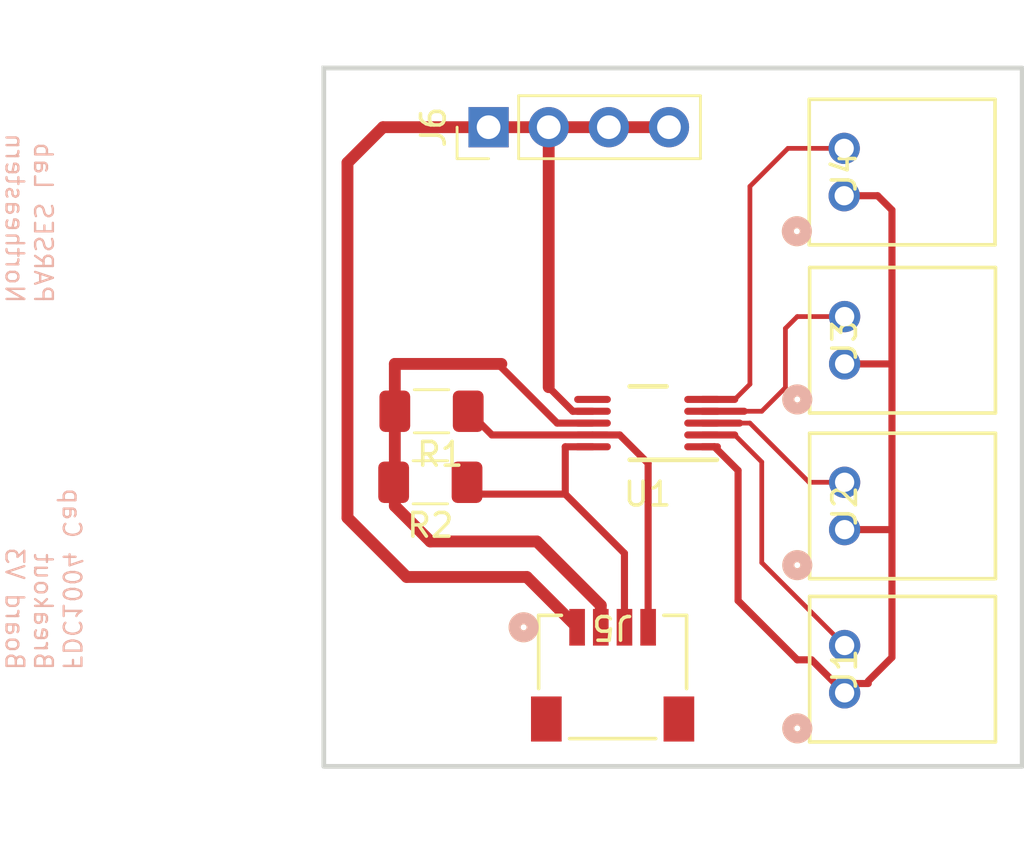
<source format=kicad_pcb>
(kicad_pcb (version 20240108) (generator "pcbnew") (generator_version "8.0")
  (layers (0 "F.Cu" signal) (31 "B.Cu" signal) (34 "B.Paste" user) (35 "F.Paste" user) (36 "B.SilkS" user "B.Silkscreen") (37 "F.SilkS" user "F.Silkscreen") (38 "B.Mask" user) (39 "F.Mask" user) (44 "Edge.Cuts" user))
  (net 0 "")
  (net 1 "Net-(J4-CAP)")
  (net 2 "VDD")
  (net 3 "/SCL")
  (net 4 "GND")
  (net 5 "/SDA")
  (net 6 "/C1")
  (net 7 "/C2")
  (net 8 "/C3")
  (net 10 "/shield")
  (footprint "PARSES_footprints:CONN_S2B-PH-K-S_JST" (layer "F.Cu") (at 126.4826 70.3951 90)
    (property "Reference" "J4" (at 1 0 90) (layer "F.SilkS"))
    (property "Value" "S2B-PH-K-SLFSN")
    (fp_circle (center -1.5 -2) (end -1.119 -2) (stroke (width 0.508)) (fill none) (layer "B.SilkS"))
    (fp_line (start 4.0734 -1.477) (end -2.0734 -1.477) (stroke (width 0.1524)) (layer "F.SilkS"))
    (fp_line (start -2.0734 -1.477) (end -2.0734 6.3716) (stroke (width 0.1524)) (layer "F.SilkS"))
    (fp_line (start 4.0734 6.3716) (end 4.0734 -1.477) (stroke (width 0.1524)) (layer "F.SilkS"))
    (fp_line (start -2.0734 6.3716) (end 4.0734 6.3716) (stroke (width 0.1524)) (layer "F.SilkS"))
    (fp_circle (center -1.5 -2) (end -1.119 -2) (stroke (width 0.508)) (fill none) (layer "F.SilkS"))
    (pad "1" thru_hole circle (at 0 0 90) (size 1.3208 1.3208) (drill 0.8128) (layers "*.Cu" "*.Mask") (net 10 "/shield"))
    (pad "2" thru_hole circle (at 2.000001 0 90) (size 1.3208 1.3208) (drill 0.8128) (layers "*.Cu" "*.Mask") (net 1 "Net-(J4-CAP)"))
  )
  (footprint "Connector_PinHeader_2.54mm:PinHeader_1x04_P2.54mm_Vertical" (layer "F.Cu") (at 111.46 67.5 90)
    (property "Reference" "J6" (at 0 -2.33 90) (layer "F.SilkS"))
    (property "Value" "Conn_01x04")
    (fp_line (start -1.33 -1.33) (end 0 -1.33) (stroke (width 0.12)) (layer "F.SilkS"))
    (fp_line (start -1.33 0) (end -1.33 -1.33) (stroke (width 0.12)) (layer "F.SilkS"))
    (fp_line (start 1.33 1.27) (end 1.33 8.95) (stroke (width 0.12)) (layer "F.SilkS"))
    (fp_line (start -1.33 1.27) (end 1.33 1.27) (stroke (width 0.12)) (layer "F.SilkS"))
    (fp_line (start -1.33 1.27) (end -1.33 8.95) (stroke (width 0.12)) (layer "F.SilkS"))
    (fp_line (start -1.33 8.95) (end 1.33 8.95) (stroke (width 0.12)) (layer "F.SilkS"))
    (pad "1" thru_hole rect (at 0 0 90) (size 1.7 1.7) (drill 1) (layers "*.Cu" "*.Mask") (net 4 "GND"))
    (pad "2" thru_hole oval (at 0 2.54 90) (size 1.7 1.7) (drill 1) (layers "*.Cu" "*.Mask") (net 4 "GND"))
    (pad "3" thru_hole oval (at 0 5.08 90) (size 1.7 1.7) (drill 1) (layers "*.Cu" "*.Mask") (net 4 "GND"))
    (pad "4" thru_hole oval (at 0 7.62 90) (size 1.7 1.7) (drill 1) (layers "*.Cu" "*.Mask") (net 4 "GND"))
  )
  (footprint "PARSES_footprints:CONN_SM04B-SRSS-TB_JST_QWIIC" (layer "F.Cu") (at 116.700001 90.723499 180)
    (property "Reference" "J5" (at 0 2.0985 180) (layer "F.SilkS"))
    (property "Value" "QWIIC_JST_SM04B-SRSS-TB")
    (fp_circle (center 3.7592 2.0985) (end 4.1402 2.0985) (stroke (width 0.508)) (fill none) (layer "B.SilkS"))
    (fp_line (start 3.1242 2.6035) (end 3.1242 -0.491261) (stroke (width 0.1524)) (layer "F.SilkS"))
    (fp_line (start 2.16294 2.6035) (end 3.1242 2.6035) (stroke (width 0.1524)) (layer "F.SilkS"))
    (fp_line (start 1.819559 -2.6035) (end -1.819559 -2.6035) (stroke (width 0.1524)) (layer "F.SilkS"))
    (fp_line (start -3.1242 2.6035) (end -2.16294 2.6035) (stroke (width 0.1524)) (layer "F.SilkS"))
    (fp_line (start -3.1242 -0.491261) (end -3.1242 2.6035) (stroke (width 0.1524)) (layer "F.SilkS"))
    (fp_circle (center 3.7592 2.0985) (end 4.1402 2.0985) (stroke (width 0.508)) (fill none) (layer "F.SilkS"))
    (pad "1" smd rect (at 1.5 2.0985 180) (size 0.6604 1.5494) (layers "F.Cu" "F.Paste" "F.Mask") (net 4 "GND"))
    (pad "2" smd rect (at 0.499999 2.0985 180) (size 0.6604 1.5494) (layers "F.Cu" "F.Paste" "F.Mask") (net 2 "VDD"))
    (pad "3" smd rect (at -0.499999 2.0985 180) (size 0.6604 1.5494) (layers "F.Cu" "F.Paste" "F.Mask") (net 5 "/SDA"))
    (pad "4" smd rect (at -1.5 2.0985 180) (size 0.6604 1.5494) (layers "F.Cu" "F.Paste" "F.Mask") (net 3 "/SCL"))
    (pad "5" smd rect (at -2.799999 -1.776501 270) (size 1.905 1.2954) (layers "F.Cu" "F.Paste" "F.Mask"))
    (pad "6" smd rect (at 2.799999 -1.776501 270) (size 1.905 1.2954) (layers "F.Cu" "F.Paste" "F.Mask"))
  )
  (footprint "Resistor_SMD:R_1206_3216Metric_Pad1.30x1.75mm_HandSolder" (layer "F.Cu") (at 109 82.5 180)
    (property "Reference" "R2" (at 0 -1.82 180) (layer "F.SilkS"))
    (property "Value" "1.8k")
    (fp_line (start -0.727064 0.91) (end 0.727064 0.91) (stroke (width 0.12)) (layer "F.SilkS"))
    (fp_line (start -0.727064 -0.91) (end 0.727064 -0.91) (stroke (width 0.12)) (layer "F.SilkS"))
    (pad "1" smd roundrect (at -1.55 0 180) (size 1.3 1.75) (layers "F.Cu" "F.Paste" "F.Mask") (roundrect_rratio 0.192308) (net 5 "/SDA"))
    (pad "2" smd roundrect (at 1.55 0 180) (size 1.3 1.75) (layers "F.Cu" "F.Paste" "F.Mask") (roundrect_rratio 0.192308) (net 2 "VDD"))
  )
  (footprint "FDC1004_Footprints:FDC1004DGS0010A_M" (layer "F.Cu") (at 118.175001 79.999999 180)
    (property "Reference" "U1" (at 0 -3 0) (layer "F.SilkS"))
    (property "Value" "FDC1004QDGSRQ1")
    (fp_line (start -0.800001 1.549999) (end 0.750001 1.549999) (stroke (width 0.2)) (layer "F.SilkS"))
    (fp_line (start -2.925 -1.549999) (end 0.750001 -1.549999) (stroke (width 0.2)) (layer "F.SilkS"))
    (pad "1" smd oval (at -2.324999 -1.000001 270) (size 0.299999 1.549999) (layers "F.Cu" "F.Paste" "F.Mask") (net 10 "/shield"))
    (pad "2" smd oval (at -2.324999 -0.500002 270) (size 0.299999 1.549999) (layers "F.Cu" "F.Paste" "F.Mask") (net 6 "/C1"))
    (pad "3" smd oval (at -2.324999 0 270) (size 0.299999 1.549999) (layers "F.Cu" "F.Paste" "F.Mask") (net 7 "/C2"))
    (pad "4" smd oval (at -2.324999 0.499999 270) (size 0.299999 1.549999) (layers "F.Cu" "F.Paste" "F.Mask") (net 8 "/C3"))
    (pad "5" smd oval (at -2.324999 1.000001 270) (size 0.299999 1.549999) (layers "F.Cu" "F.Paste" "F.Mask") (net 1 "Net-(J4-CAP)"))
    (pad "6" smd oval (at 2.325002 1.000001 270) (size 0.299999 1.549999) (layers "F.Cu" "F.Paste" "F.Mask"))
    (pad "7" smd oval (at 2.325002 0.499999 270) (size 0.299999 1.549999) (layers "F.Cu" "F.Paste" "F.Mask") (net 4 "GND"))
    (pad "8" smd oval (at 2.325002 0 270) (size 0.299999 1.549999) (layers "F.Cu" "F.Paste" "F.Mask") (net 2 "VDD"))
    (pad "9" smd oval (at 2.325002 -0.500002 270) (size 0.299999 1.549999) (layers "F.Cu" "F.Paste" "F.Mask") (net 3 "/SCL"))
    (pad "10" smd oval (at 2.325002 -1.000001 270) (size 0.299999 1.549999) (layers "F.Cu" "F.Paste" "F.Mask") (net 5 "/SDA"))
  )
  (footprint "PARSES_footprints:CONN_S2B-PH-K-S_JST" (layer "F.Cu") (at 126.5 84.5 90)
    (property "Reference" "J2" (at 1 0 90) (layer "F.SilkS"))
    (property "Value" "S2B-PH-K-SLFSN")
    (fp_circle (center -1.5 -2) (end -1.119 -2) (stroke (width 0.508)) (fill none) (layer "B.SilkS"))
    (fp_line (start 4.0734 -1.477) (end -2.0734 -1.477) (stroke (width 0.1524)) (layer "F.SilkS"))
    (fp_line (start -2.0734 -1.477) (end -2.0734 6.3716) (stroke (width 0.1524)) (layer "F.SilkS"))
    (fp_line (start 4.0734 6.3716) (end 4.0734 -1.477) (stroke (width 0.1524)) (layer "F.SilkS"))
    (fp_line (start -2.0734 6.3716) (end 4.0734 6.3716) (stroke (width 0.1524)) (layer "F.SilkS"))
    (fp_circle (center -1.5 -2) (end -1.119 -2) (stroke (width 0.508)) (fill none) (layer "F.SilkS"))
    (pad "1" thru_hole circle (at 0 0 90) (size 1.3208 1.3208) (drill 0.8128) (layers "*.Cu" "*.Mask") (net 10 "/shield"))
    (pad "2" thru_hole circle (at 2.000001 0 90) (size 1.3208 1.3208) (drill 0.8128) (layers "*.Cu" "*.Mask") (net 7 "/C2"))
  )
  (footprint "PARSES_footprints:CONN_S2B-PH-K-S_JST" (layer "F.Cu") (at 126.5 77.5 90)
    (property "Reference" "J3" (at 1 0 90) (layer "F.SilkS"))
    (property "Value" "S2B-PH-K-SLFSN")
    (fp_circle (center -1.5 -2) (end -1.119 -2) (stroke (width 0.508)) (fill none) (layer "B.SilkS"))
    (fp_line (start 4.0734 -1.477) (end -2.0734 -1.477) (stroke (width 0.1524)) (layer "F.SilkS"))
    (fp_line (start -2.0734 -1.477) (end -2.0734 6.3716) (stroke (width 0.1524)) (layer "F.SilkS"))
    (fp_line (start 4.0734 6.3716) (end 4.0734 -1.477) (stroke (width 0.1524)) (layer "F.SilkS"))
    (fp_line (start -2.0734 6.3716) (end 4.0734 6.3716) (stroke (width 0.1524)) (layer "F.SilkS"))
    (fp_circle (center -1.5 -2) (end -1.119 -2) (stroke (width 0.508)) (fill none) (layer "F.SilkS"))
    (pad "1" thru_hole circle (at 0 0 90) (size 1.3208 1.3208) (drill 0.8128) (layers "*.Cu" "*.Mask") (net 10 "/shield"))
    (pad "2" thru_hole circle (at 2.000001 0 90) (size 1.3208 1.3208) (drill 0.8128) (layers "*.Cu" "*.Mask") (net 8 "/C3"))
  )
  (footprint "Resistor_SMD:R_1206_3216Metric_Pad1.30x1.75mm_HandSolder" (layer "F.Cu") (at 109.05 79.5 180)
    (property "Reference" "R1" (at -0.365599 -1.82 180) (layer "F.SilkS"))
    (property "Value" "1.8k")
    (fp_line (start -0.727064 0.91) (end 0.727064 0.91) (stroke (width 0.12)) (layer "F.SilkS"))
    (fp_line (start -0.727064 -0.91) (end 0.727064 -0.91) (stroke (width 0.12)) (layer "F.SilkS"))
    (pad "1" smd roundrect (at -1.55 0 180) (size 1.3 1.75) (layers "F.Cu" "F.Paste" "F.Mask") (roundrect_rratio 0.192308) (net 3 "/SCL"))
    (pad "2" smd roundrect (at 1.55 0 180) (size 1.3 1.75) (layers "F.Cu" "F.Paste" "F.Mask") (roundrect_rratio 0.192308) (net 2 "VDD"))
  )
  (footprint "PARSES_footprints:CONN_S2B-PH-K-S_JST" (layer "F.Cu") (at 126.5 91.3951 90)
    (property "Reference" "J1" (at 1 0 90) (layer "F.SilkS"))
    (property "Value" "S2B-PH-K-SLFSN")
    (fp_circle (center -1.5 -2) (end -1.119 -2) (stroke (width 0.508)) (fill none) (layer "B.SilkS"))
    (fp_line (start 4.0734 -1.477) (end -2.0734 -1.477) (stroke (width 0.1524)) (layer "F.SilkS"))
    (fp_line (start -2.0734 -1.477) (end -2.0734 6.3716) (stroke (width 0.1524)) (layer "F.SilkS"))
    (fp_line (start 4.0734 6.3716) (end 4.0734 -1.477) (stroke (width 0.1524)) (layer "F.SilkS"))
    (fp_line (start -2.0734 6.3716) (end 4.0734 6.3716) (stroke (width 0.1524)) (layer "F.SilkS"))
    (fp_circle (center -1.5 -2) (end -1.119 -2) (stroke (width 0.508)) (fill none) (layer "F.SilkS"))
    (pad "1" thru_hole circle (at 0 0 90) (size 1.3208 1.3208) (drill 0.8128) (layers "*.Cu" "*.Mask") (net 10 "/shield"))
    (pad "2" thru_hole circle (at 2.000001 0 90) (size 1.3208 1.3208) (drill 0.8128) (layers "*.Cu" "*.Mask") (net 6 "/C1"))
  )
  (gr_rect (start 104.5 65) (end 134 94.5) (stroke (width 0.2)) (fill none) (layer "Edge.Cuts"))
  (gr_text "PARSES Lab\nNortheastern\n" (at 91 75 270) (layer "B.SilkS") (effects (font (size 0.75 0.75) (thickness 0.1)) (justify left bottom mirror)))
  (gr_text "FDC1004 Cap\nBreakout\nBoard V3\n" (at 91 90.5 270) (layer "B.SilkS") (effects (font (size 0.75 0.75) (thickness 0.1)) (justify left bottom mirror)))
  (segment (start 122.5 70) (end 122.5 78.357597) (width 0.2) (layer "F.Cu") (net 1))
  (segment (start 122.5 78.357597) (end 121.857599 78.999998) (width 0.2) (layer "F.Cu") (net 1))
  (segment (start 124.104901 68.395099) (end 122.5 70) (width 0.2) (layer "F.Cu") (net 1))
  (segment (start 120.5 78.999998) (end 121.857599 78.999998) (width 0.3) (layer "F.Cu") (net 1))
  (segment (start 126.4826 68.395099) (end 124.104901 68.395099) (width 0.2) (layer "F.Cu") (net 1))
  (segment (start 107.5 77.5) (end 112 77.5) (width 0.5) (layer "F.Cu") (net 2))
  (segment (start 109 85) (end 107.5 83.5) (width 0.5) (layer "F.Cu") (net 2))
  (segment (start 116.200002 88.624999) (end 116.200002 87.700002) (width 0.5) (layer "F.Cu") (net 2))
  (segment (start 116.200002 87.700002) (end 113.5 85) (width 0.5) (layer "F.Cu") (net 2))
  (segment (start 112 77.5) (end 112 77.642395) (width 0.3) (layer "F.Cu") (net 2))
  (segment (start 114.357604 79.999999) (end 115.849999 79.999999) (width 0.3) (layer "F.Cu") (net 2))
  (segment (start 113.5 85) (end 109 85) (width 0.5) (layer "F.Cu") (net 2))
  (segment (start 112 77.642395) (end 114.357604 79.999999) (width 0.3) (layer "F.Cu") (net 2))
  (segment (start 107.5 83.5) (end 107.5 77.5) (width 0.5) (layer "F.Cu") (net 2))
  (segment (start 111.600001 80.500001) (end 115.849999 80.500001) (width 0.3) (layer "F.Cu") (net 3))
  (segment (start 116.999999 80.500001) (end 118.200001 81.700003) (width 0.3) (layer "F.Cu") (net 3))
  (segment (start 115.849999 80.500001) (end 116.999999 80.500001) (width 0.3) (layer "F.Cu") (net 3))
  (segment (start 110.6 79.5) (end 111.600001 80.500001) (width 0.3) (layer "F.Cu") (net 3))
  (segment (start 118.200001 81.700003) (end 118.200001 88.624999) (width 0.3) (layer "F.Cu") (net 3))
  (segment (start 107 67.5) (end 111.46 67.5) (width 0.5) (layer "F.Cu") (net 4))
  (segment (start 107 67.5) (end 105.5 69) (width 0.5) (layer "F.Cu") (net 4))
  (segment (start 105.5 69) (end 105.5 84) (width 0.5) (layer "F.Cu") (net 4))
  (segment (start 116.54 67.5) (end 111.46 67.5) (width 0.5) (layer "F.Cu") (net 4))
  (segment (start 114 78.482106) (end 114 67.5) (width 0.5) (layer "F.Cu") (net 4))
  (segment (start 119.08 67.5) (end 116.54 67.5) (width 0.5) (layer "F.Cu") (net 4))
  (segment (start 113.075002 86.5) (end 115.200001 88.624999) (width 0.5) (layer "F.Cu") (net 4))
  (segment (start 105.5 84) (end 108 86.5) (width 0.5) (layer "F.Cu") (net 4))
  (segment (start 115.849999 79.5) (end 115.017894 79.5) (width 0.3) (layer "F.Cu") (net 4))
  (segment (start 115.017894 79.5) (end 114 78.482106) (width 0.3) (layer "F.Cu") (net 4))
  (segment (start 108 86.5) (end 113.075002 86.5) (width 0.5) (layer "F.Cu") (net 4))
  (segment (start 115.849999 81) (end 114.7 81) (width 0.3) (layer "F.Cu") (net 5))
  (segment (start 114.7 83) (end 114.7 81) (width 0.3) (layer "F.Cu") (net 5))
  (segment (start 117.2 88.624999) (end 117.2 85.5) (width 0.3) (layer "F.Cu") (net 5))
  (segment (start 117.2 85.5) (end 114.7 83) (width 0.3) (layer "F.Cu") (net 5))
  (segment (start 110.5 83) (end 114.7 83) (width 0.3) (layer "F.Cu") (net 5))
  (segment (start 126.5 89.395099) (end 123 85.895099) (width 0.2) (layer "F.Cu") (net 6))
  (segment (start 123 81.642395) (end 121.857606 80.500001) (width 0.2) (layer "F.Cu") (net 6))
  (segment (start 120.5 80.500001) (end 121.857606 80.500001) (width 0.3) (layer "F.Cu") (net 6))
  (segment (start 123 85.895099) (end 123 81.642395) (width 0.2) (layer "F.Cu") (net 6))
  (segment (start 126.5 82.499999) (end 124.999999 82.499999) (width 0.2) (layer "F.Cu") (net 7))
  (segment (start 120.5 79.999999) (end 122.064711 79.999999) (width 0.3) (layer "F.Cu") (net 7))
  (segment (start 124.999999 82.499999) (end 122.5 80) (width 0.2) (layer "F.Cu") (net 7))
  (segment (start 122.5 80) (end 122 80) (width 0.2) (layer "F.Cu") (net 7))
  (segment (start 122.257597 79.5) (end 120.5 79.5) (width 0.3) (layer "F.Cu") (net 8))
  (segment (start 124 78.5) (end 123 79.5) (width 0.2) (layer "F.Cu") (net 8))
  (segment (start 124 76) (end 124 78.5) (width 0.2) (layer "F.Cu") (net 8))
  (segment (start 126.5 75.499999) (end 124.500001 75.499999) (width 0.2) (layer "F.Cu") (net 8))
  (segment (start 124.5 75.5) (end 124 76) (width 0.2) (layer "F.Cu") (net 8))
  (segment (start 123 79.5) (end 122.257597 79.5) (width 0.2) (layer "F.Cu") (net 8))
  (segment (start 120.5 81) (end 121 81) (width 0.3) (layer "F.Cu") (net 10))
  (segment (start 122 87.5) (end 124.5 90) (width 0.3) (layer "F.Cu") (net 10))
  (segment (start 126.4826 70.3951) (end 127.8951 70.3951) (width 0.3) (layer "F.Cu") (net 10))
  (segment (start 126.8951 91) (end 126.5 91.3951) (width 0.2) (layer "F.Cu") (net 10))
  (segment (start 126.5 77.5) (end 128.5 77.5) (width 0.3) (layer "F.Cu") (net 10))
  (segment (start 125.1049 90) (end 126.5 91.3951) (width 0.3) (layer "F.Cu") (net 10))
  (segment (start 126.5 84.5) (end 128.5 84.5) (width 0.3) (layer "F.Cu") (net 10))
  (segment (start 128.5 71) (end 128.5 77.5) (width 0.3) (layer "F.Cu") (net 10))
  (segment (start 121 81) (end 122 82) (width 0.3) (layer "F.Cu") (net 10))
  (segment (start 124.5 90) (end 125.1049 90) (width 0.3) (layer "F.Cu") (net 10))
  (segment (start 127.5 91) (end 126.8951 91) (width 0.3) (layer "F.Cu") (net 10))
  (segment (start 122 82) (end 122 87.5) (width 0.3) (layer "F.Cu") (net 10))
  (segment (start 127.5 90.8951) (end 127.5 91) (width 0.2) (layer "F.Cu") (net 10))
  (segment (start 128.5 84.5) (end 128.5 89.8951) (width 0.3) (layer "F.Cu") (net 10))
  (segment (start 127.8951 70.3951) (end 128.5 71) (width 0.3) (layer "F.Cu") (net 10))
  (segment (start 128.5 89.8951) (end 127.5 90.8951) (width 0.3) (layer "F.Cu") (net 10))
  (segment (start 128.5 77.5) (end 128.5 84.5) (width 0.3) (layer "F.Cu") (net 10))
)
</source>
